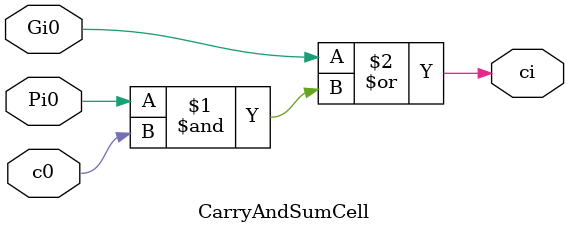
<source format=v>
module CarryAndSumCell(ci, c0, Pi0, Gi0);
	input Pi0, Gi0, c0;
	output ci;
	
	assign ci = Gi0 | (Pi0 & c0);
endmodule 
</source>
